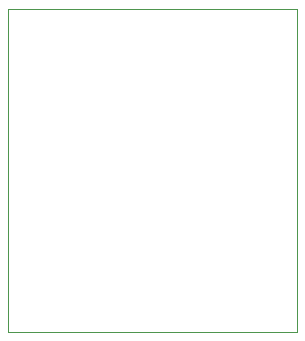
<source format=gbr>
%TF.GenerationSoftware,KiCad,Pcbnew,7.0.8*%
%TF.CreationDate,2024-10-30T19:07:13-07:00*%
%TF.ProjectId,ECE196Team13_2,45434531-3936-4546-9561-6d31335f322e,rev?*%
%TF.SameCoordinates,Original*%
%TF.FileFunction,Profile,NP*%
%FSLAX46Y46*%
G04 Gerber Fmt 4.6, Leading zero omitted, Abs format (unit mm)*
G04 Created by KiCad (PCBNEW 7.0.8) date 2024-10-30 19:07:13*
%MOMM*%
%LPD*%
G01*
G04 APERTURE LIST*
%TA.AperFunction,Profile*%
%ADD10C,0.100000*%
%TD*%
G04 APERTURE END LIST*
D10*
X137000000Y-103925000D02*
X161500000Y-103925000D01*
X161500000Y-131325000D01*
X137000000Y-131325000D01*
X137000000Y-103925000D01*
M02*

</source>
